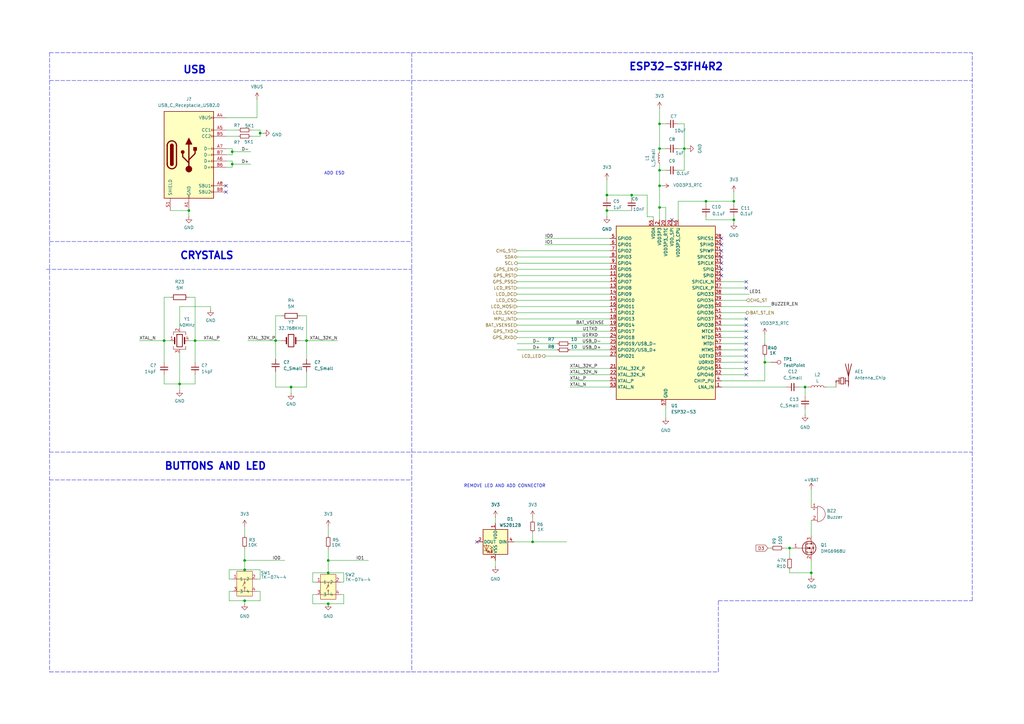
<source format=kicad_sch>
(kicad_sch (version 20231120) (generator "eeschema") (generator_version "8.0")
  (paper "A3")
  (lib_symbols
    (symbol "Connector:TestPoint" (pin_numbers hide) (pin_names (offset 0.762) hide)
      (property "Reference" "TP" (at 0 6.858 0))
      (property "Value" "TestPoint" (at 0 5.08 0))
      (symbol "TestPoint_1_1"
        (pin passive line (at 0 0 90) (length 2.54) (name "1") (number "1"))
      )
    )
    (symbol "Connector:USB_C_Receptacle_USB2.0" (pin_names (offset 1.016))
      (property "Reference" "J" (at -10.16 19.05 0))
      (property "Value" "USB_C_Receptacle_USB2.0" (at 19.05 19.05 0))
      (symbol "USB_C_Receptacle_USB2.0_1_1"
        (pin passive line (at 0 -22.86 90) (length 5.08) (name "GND") (number "A1"))
        (pin passive line (at 0 -22.86 90) (length 5.08) hide (name "GND") (number "A12"))
        (pin passive line (at 15.24 15.24 180) (length 5.08) (name "VBUS") (number "A4"))
        (pin bidirectional line (at 15.24 10.16 180) (length 5.08) (name "CC1") (number "A5"))
        (pin bidirectional line (at 15.24 -2.54 180) (length 5.08) (name "D+") (number "A6"))
        (pin bidirectional line (at 15.24 2.54 180) (length 5.08) (name "D-") (number "A7"))
        (pin bidirectional line (at 15.24 -12.7 180) (length 5.08) (name "SBU1") (number "A8"))
        (pin passive line (at 15.24 15.24 180) (length 5.08) hide (name "VBUS") (number "A9"))
        (pin passive line (at 0 -22.86 90) (length 5.08) hide (name "GND") (number "B1"))
        (pin passive line (at 0 -22.86 90) (length 5.08) hide (name "GND") (number "B12"))
        (pin passive line (at 15.24 15.24 180) (length 5.08) hide (name "VBUS") (number "B4"))
        (pin bidirectional line (at 15.24 7.62 180) (length 5.08) (name "CC2") (number "B5"))
        (pin bidirectional line (at 15.24 -5.08 180) (length 5.08) (name "D+") (number "B6"))
        (pin bidirectional line (at 15.24 0 180) (length 5.08) (name "D-") (number "B7"))
        (pin bidirectional line (at 15.24 -15.24 180) (length 5.08) (name "SBU2") (number "B8"))
        (pin passive line (at 15.24 15.24 180) (length 5.08) hide (name "VBUS") (number "B9"))
        (pin passive line (at -7.62 -22.86 90) (length 5.08) (name "SHIELD") (number "S1"))
      )
    )
    (symbol "Device:Antenna_Chip" (pin_numbers hide) (pin_names (offset 1.016) hide)
      (property "Reference" "AE" (at 0 5.08 0))
      (property "Value" "Antenna_Chip" (at 0 3.175 0))
      (symbol "Antenna_Chip_1_1"
        (pin input line (at -2.54 -2.54 90) (length 2.54) (name "FEED") (number "1"))
        (pin passive line (at 2.54 -2.54 90) (length 2.54) (name "PCB_Trace") (number "2"))
      )
    )
    (symbol "Device:Buzzer" (pin_names (offset 0.0254) hide)
      (property "Reference" "BZ" (at 3.81 1.27 0))
      (property "Value" "Buzzer" (at 3.81 -1.27 0))
      (symbol "Buzzer_1_1"
        (pin passive line (at -2.54 2.54 0) (length 2.54) (name "+") (number "1"))
        (pin passive line (at -2.54 -2.54 0) (length 2.54) (name "-") (number "2"))
      )
    )
    (symbol "Device:C_Small" (pin_numbers hide) (pin_names (offset 0.254) hide)
      (property "Reference" "C" (at 0.254 1.778 0))
      (property "Value" "C_Small" (at 0.254 -2.032 0))
      (symbol "C_Small_1_1"
        (pin passive line (at 0 2.54 270) (length 2.032) (name "~") (number "1"))
        (pin passive line (at 0 -2.54 90) (length 2.032) (name "~") (number "2"))
      )
    )
    (symbol "Device:Crystal" (pin_numbers hide) (pin_names (offset 1.016) hide)
      (property "Reference" "Y" (at 0 3.81 0))
      (property "Value" "Crystal" (at 0 -3.81 0))
      (symbol "Crystal_1_1"
        (pin passive line (at -3.81 0 0) (length 1.27) (name "1") (number "1"))
        (pin passive line (at 3.81 0 180) (length 1.27) (name "2") (number "2"))
      )
    )
    (symbol "Device:Crystal_GND23" (pin_names (offset 1.016) hide)
      (property "Reference" "Y" (at 3.175 5.08 0))
      (property "Value" "Crystal_GND23" (at 3.175 3.175 0))
      (symbol "Crystal_GND23_1_1"
        (pin passive line (at -3.81 0 0) (length 1.27) (name "1") (number "1"))
        (pin passive line (at 0 5.08 270) (length 1.27) (name "2") (number "2"))
        (pin passive line (at 0 -5.08 90) (length 1.27) (name "3") (number "3"))
        (pin passive line (at 3.81 0 180) (length 1.27) (name "4") (number "4"))
      )
    )
    (symbol "Device:L" (pin_numbers hide) (pin_names (offset 1.016) hide)
      (property "Reference" "L" (at -1.27 0 90))
      (property "Value" "L" (at 1.905 0 90))
      (symbol "L_1_1"
        (pin passive line (at 0 3.81 270) (length 1.27) (name "1") (number "1"))
        (pin passive line (at 0 -3.81 90) (length 1.27) (name "2") (number "2"))
      )
    )
    (symbol "Device:L_Small" (pin_numbers hide) (pin_names (offset 0.254) hide)
      (property "Reference" "L" (at 0.762 1.016 0))
      (property "Value" "L_Small" (at 0.762 -1.016 0))
      (symbol "L_Small_1_1"
        (pin passive line (at 0 2.54 270) (length 0.508) (name "~") (number "1"))
        (pin passive line (at 0 -2.54 90) (length 0.508) (name "~") (number "2"))
      )
    )
    (symbol "Device:R" (pin_numbers hide) (pin_names (offset 0))
      (property "Reference" "R" (at 2.032 0 90))
      (property "Value" "R" (at 0 0 90))
      (symbol "R_1_1"
        (pin passive line (at 0 3.81 270) (length 1.27) (name "~") (number "1"))
        (pin passive line (at 0 -3.81 90) (length 1.27) (name "~") (number "2"))
      )
    )
    (symbol "Device:R_Small" (pin_numbers hide) (pin_names (offset 0.254) hide)
      (property "Reference" "R" (at 0.762 0.508 0))
      (property "Value" "R_Small" (at 0.762 -1.016 0))
      (symbol "R_Small_1_1"
        (pin passive line (at 0 2.54 270) (length 0.762) (name "~") (number "1"))
        (pin passive line (at 0 -2.54 90) (length 0.762) (name "~") (number "2"))
      )
    )
    (symbol "LED:WS2812B" (pin_names (offset 0.254))
      (property "Reference" "D" (at 5.08 5.715 0))
      (property "Value" "WS2812B" (at 1.27 -5.715 0))
      (symbol "WS2812B_0_0"
        (text "RGB" (at 2.286 -4.191 0) (effects (font (size 0.762 0.762))))
      )
      (symbol "WS2812B_1_1"
        (pin power_in line (at 0 7.62 270) (length 2.54) (name "VDD") (number "1"))
        (pin output line (at 7.62 0 180) (length 2.54) (name "DOUT") (number "2"))
        (pin power_in line (at 0 -7.62 90) (length 2.54) (name "VSS") (number "3"))
        (pin input line (at -7.62 0 0) (length 2.54) (name "DIN") (number "4"))
      )
    )
    (symbol "MCU_Espressif:ESP32-S3"
      (property "Reference" "U" (at 10.16 -38.1 0))
      (property "Value" "ESP32-S3" (at 13.97 -40.64 0))
      (symbol "ESP32-S3_1_0"
        (pin bidirectional line (at 22.86 12.7 180) (length 2.54) (name "SPICLK_N") (number "36"))
        (pin bidirectional line (at 22.86 -10.16 180) (length 2.54) (name "MTDO") (number "45"))
        (pin bidirectional line (at 22.86 -22.86 180) (length 2.54) (name "GPIO45") (number "51"))
        (pin passive line (at -5.08 38.1 270) (length 2.54) hide (name "VDDA") (number "56"))
      )
      (symbol "ESP32-S3_1_1"
        (pin bidirectional line (at 22.86 -30.48 180) (length 2.54) (name "LNA_IN") (number "1"))
        (pin bidirectional line (at -22.86 17.78 0) (length 2.54) (name "GPIO5") (number "10"))
        (pin bidirectional line (at -22.86 15.24 0) (length 2.54) (name "GPIO6") (number "11"))
        (pin bidirectional line (at -22.86 12.7 0) (length 2.54) (name "GPIO7") (number "12"))
        (pin bidirectional line (at -22.86 10.16 0) (length 2.54) (name "GPIO8") (number "13"))
        (pin bidirectional line (at -22.86 7.62 0) (length 2.54) (name "GPIO9") (number "14"))
        (pin bidirectional line (at -22.86 5.08 0) (length 2.54) (name "GPIO10") (number "15"))
        (pin bidirectional line (at -22.86 2.54 0) (length 2.54) (name "GPIO11") (number "16"))
        (pin bidirectional line (at -22.86 0 0) (length 2.54) (name "GPIO12") (number "17"))
        (pin bidirectional line (at -22.86 -2.54 0) (length 2.54) (name "GPIO13") (number "18"))
        (pin bidirectional line (at -22.86 -5.08 0) (length 2.54) (name "GPIO14") (number "19"))
        (pin power_in line (at -2.54 38.1 270) (length 2.54) (name "VDD3P3") (number "2"))
        (pin power_in line (at 0 38.1 270) (length 2.54) (name "VDD3P3_RTC") (number "20"))
        (pin passive line (at -22.86 -22.86 0) (length 2.54) (name "XTAL_32K_P") (number "21"))
        (pin passive line (at -22.86 -25.4 0) (length 2.54) (name "XTAL_32K_N") (number "22"))
        (pin bidirectional line (at -22.86 -7.62 0) (length 2.54) (name "GPIO17") (number "23"))
        (pin bidirectional line (at -22.86 -10.16 0) (length 2.54) (name "GPIO18") (number "24"))
        (pin bidirectional line (at -22.86 -12.7 0) (length 2.54) (name "GPIO19/USB_D-") (number "25"))
        (pin bidirectional line (at -22.86 -15.24 0) (length 2.54) (name "GPIO20/USB_D+") (number "26"))
        (pin bidirectional line (at -22.86 -17.78 0) (length 2.54) (name "GPIO21") (number "27"))
        (pin bidirectional line (at 22.86 30.48 180) (length 2.54) (name "SPICS1") (number "28"))
        (pin power_in line (at 2.54 38.1 270) (length 2.54) (name "VDD_SPI") (number "29"))
        (pin passive line (at -2.54 38.1 270) (length 2.54) hide (name "VDD3P3") (number "3"))
        (pin bidirectional line (at 22.86 27.94 180) (length 2.54) (name "SPIHD") (number "30"))
        (pin bidirectional line (at 22.86 25.4 180) (length 2.54) (name "SPIWP") (number "31"))
        (pin bidirectional line (at 22.86 22.86 180) (length 2.54) (name "SPICS0") (number "32"))
        (pin bidirectional line (at 22.86 20.32 180) (length 2.54) (name "SPICLK") (number "33"))
        (pin bidirectional line (at 22.86 17.78 180) (length 2.54) (name "SPIQ") (number "34"))
        (pin bidirectional line (at 22.86 15.24 180) (length 2.54) (name "SPID") (number "35"))
        (pin bidirectional line (at 22.86 10.16 180) (length 2.54) (name "SPICLK_P") (number "37"))
        (pin bidirectional line (at 22.86 7.62 180) (length 2.54) (name "GPIO33") (number "38"))
        (pin bidirectional line (at 22.86 5.08 180) (length 2.54) (name "GPIO34") (number "39"))
        (pin input line (at 22.86 -27.94 180) (length 2.54) (name "CHIP_PU") (number "4"))
        (pin bidirectional line (at 22.86 2.54 180) (length 2.54) (name "GPIO35") (number "40"))
        (pin bidirectional line (at 22.86 0 180) (length 2.54) (name "GPIO36") (number "41"))
        (pin bidirectional line (at 22.86 -2.54 180) (length 2.54) (name "GPIO37") (number "42"))
        (pin bidirectional line (at 22.86 -5.08 180) (length 2.54) (name "GPIO38") (number "43"))
        (pin bidirectional line (at 22.86 -7.62 180) (length 2.54) (name "MTCK") (number "44"))
        (pin power_in line (at 5.08 38.1 270) (length 2.54) (name "VDD3P3_CPU") (number "46"))
        (pin bidirectional line (at 22.86 -12.7 180) (length 2.54) (name "MTDI") (number "47"))
        (pin bidirectional line (at 22.86 -15.24 180) (length 2.54) (name "MTMS") (number "48"))
        (pin bidirectional line (at 22.86 -17.78 180) (length 2.54) (name "U0TXD") (number "49"))
        (pin bidirectional line (at -22.86 30.48 0) (length 2.54) (name "GPIO0") (number "5"))
        (pin bidirectional line (at 22.86 -20.32 180) (length 2.54) (name "U0RXD") (number "50"))
        (pin bidirectional line (at 22.86 -25.4 180) (length 2.54) (name "GPIO46") (number "52"))
        (pin output line (at -22.86 -30.48 0) (length 2.54) (name "XTAL_N") (number "53"))
        (pin input line (at -22.86 -27.94 0) (length 2.54) (name "XTAL_P") (number "54"))
        (pin power_in line (at -5.08 38.1 270) (length 2.54) (name "VDDA") (number "55"))
        (pin power_in line (at 0 -38.1 90) (length 2.54) (name "GND") (number "57"))
        (pin bidirectional line (at -22.86 27.94 0) (length 2.54) (name "GPIO1") (number "6"))
        (pin bidirectional line (at -22.86 25.4 0) (length 2.54) (name "GPIO2") (number "7"))
        (pin bidirectional line (at -22.86 22.86 0) (length 2.54) (name "GPIO3") (number "8"))
        (pin bidirectional line (at -22.86 20.32 0) (length 2.54) (name "GPIO4") (number "9"))
      )
    )
    (symbol "OLED_WATCH-rescue:GND-power" (power) (pin_names (offset 0))
      (property "Value" "power_GND" (at 0 -3.81 0))
      (symbol "GND-power_1_1"
        (pin power_in line (at 0 0 270) (length 0) hide (name "GND") (number "1"))
      )
    )
    (symbol "SWITCH:Tact_Switch-TK-074-4"
      (property "Reference" "SW" (at -2.286 8.636 0))
      (property "Value" "TK-074-4" (at 1.524 6.858 0))
      (symbol "Tact_Switch-TK-074-4_0_1"
        (pin passive line (at -5.08 2.54 0) (length 2.54) (name "1") (number "1"))
        (pin passive line (at 5.08 2.54 180) (length 2.54) (name "2") (number "2"))
        (pin passive line (at -5.08 -2.54 0) (length 2.54) (name "3") (number "3"))
        (pin passive line (at 5.08 -2.54 180) (length 2.54) (name "4") (number "4"))
      )
    )
    (symbol "Transistor_FET:DMG2302U" (pin_names hide)
      (property "Reference" "Q" (at 5.08 1.905 0))
      (property "Value" "DMG2302U" (at 5.08 0 0))
      (symbol "DMG2302U_1_1"
        (pin input line (at -5.08 0 0) (length 2.54) (name "G") (number "1"))
        (pin passive line (at 2.54 -5.08 90) (length 2.54) (name "S") (number "2"))
        (pin passive line (at 2.54 5.08 270) (length 2.54) (name "D") (number "3"))
      )
    )
    (symbol "power:+5V" (power) (pin_numbers hide) (pin_names (offset 0) hide)
      (property "Value" "+5V" (at 0 3.556 0))
      (symbol "+5V_1_1"
        (pin power_in line (at 0 0 90) (length 0) (name "~") (number "1"))
      )
    )
    (symbol "power:GND" (power) (pin_numbers hide) (pin_names (offset 0) hide)
      (property "Value" "GND" (at 0 -3.81 0))
      (symbol "GND_1_1"
        (pin power_in line (at 0 0 270) (length 0) (name "~") (number "1"))
      )
    )
    (symbol "power:VBUS" (power) (pin_numbers hide) (pin_names (offset 0) hide)
      (property "Value" "VBUS" (at 0 3.556 0))
      (symbol "VBUS_1_1"
        (pin power_in line (at 0 0 90) (length 0) (name "~") (number "1"))
      )
    )
    (symbol "power:VDC" (power) (pin_numbers hide) (pin_names (offset 0) hide)
      (property "Value" "VDC" (at 0 3.556 0))
      (symbol "VDC_1_1"
        (pin power_in line (at 0 0 90) (length 0) (name "~") (number "1"))
      )
    )
  )
  (junction (at 67.31 139.7))
  (junction (at 280.67 60.96))
  (junction (at 259.08 80.01))
  (junction (at 134.62 234.95))
  (junction (at 248.92 80.01))
  (junction (at 300.99 90.17))
  (junction (at 100.33 229.87))
  (junction (at 134.62 229.87))
  (junction (at 289.56 82.55))
  (junction (at 330.2 158.75))
  (junction (at 119.38 158.75))
  (junction (at 73.66 157.48))
  (junction (at 270.51 69.85))
  (junction (at 218.44 222.25))
  (junction (at 80.01 139.7))
  (junction (at 100.33 246.38))
  (junction (at 106.68 54.61))
  (junction (at 332.74 234.95))
  (junction (at 270.51 76.2))
  (junction (at 113.03 139.7))
  (junction (at 95.25 67.31))
  (junction (at 134.62 247.65))
  (junction (at 77.47 86.36))
  (junction (at 323.85 224.79))
  (junction (at 270.51 60.96))
  (junction (at 270.51 50.8))
  (junction (at 300.99 82.55))
  (junction (at 95.25 62.23))
  (junction (at 313.69 148.59))
  (junction (at 125.73 139.7))
  (junction (at 248.92 86.36))
  (junction (at 100.33 233.68))
  (junction (at 270.51 85.09))
  (no_connect (at 295.91 102.87))
  (no_connect (at 92.71 76.2))
  (no_connect (at 295.91 110.49))
  (no_connect (at 306.07 118.11))
  (no_connect (at 306.07 146.05))
  (no_connect (at 295.91 113.03))
  (no_connect (at 306.07 133.35))
  (no_connect (at 295.91 105.41))
  (no_connect (at 295.91 107.95))
  (no_connect (at 306.07 153.67))
  (no_connect (at 306.07 143.51))
  (no_connect (at 306.07 138.43))
  (no_connect (at 295.91 100.33))
  (no_connect (at 275.59 90.17))
  (no_connect (at 195.58 222.25))
  (no_connect (at 306.07 151.13))
  (no_connect (at 306.07 130.81))
  (no_connect (at 306.07 140.97))
  (no_connect (at 306.07 115.57))
  (no_connect (at 306.07 148.59))
  (no_connect (at 92.71 78.74))
  (no_connect (at 295.91 97.79))
  (no_connect (at 306.07 135.89))
  (wire (pts (xy 323.85 228.6) (xy 323.85 224.79)))
  (wire (pts (xy 295.91 135.89) (xy 306.07 135.89)))
  (wire (pts (xy 100.33 224.79) (xy 100.33 229.87)))
  (polyline (pts (xy 19.05 110.49) (xy 168.91 110.49)) (stroke (width 0) (type dash)))
  (wire (pts (xy 80.01 139.7) (xy 90.17 139.7)))
  (wire (pts (xy 100.33 229.87) (xy 100.33 233.68)))
  (wire (pts (xy 57.15 139.7) (xy 67.31 139.7)))
  (polyline (pts (xy 294.64 246.38) (xy 398.78 246.38)) (stroke (width 0) (type dash)))
  (wire (pts (xy 295.91 120.65) (xy 307.34 120.65)))
  (wire (pts (xy 139.7 238.76) (xy 140.97 238.76)))
  (wire (pts (xy 289.56 90.17) (xy 289.56 88.9)))
  (wire (pts (xy 95.25 62.23) (xy 102.87 62.23)))
  (wire (pts (xy 128.27 247.65) (xy 134.62 247.65)))
  (wire (pts (xy 67.31 153.67) (xy 67.31 157.48)))
  (wire (pts (xy 80.01 139.7) (xy 80.01 148.59)))
  (wire (pts (xy 139.7 243.84) (xy 140.97 243.84)))
  (wire (pts (xy 233.68 156.21) (xy 250.19 156.21)))
  (wire (pts (xy 233.68 151.13) (xy 250.19 151.13)))
  (polyline (pts (xy 20.32 21.59) (xy 397.51 21.59)) (stroke (width 0) (type dash)))
  (wire (pts (xy 113.03 139.7) (xy 113.03 147.32)))
  (wire (pts (xy 295.91 118.11) (xy 306.07 118.11)))
  (wire (pts (xy 106.68 54.61) (xy 106.68 55.88)))
  (wire (pts (xy 259.08 80.01) (xy 248.92 80.01)))
  (wire (pts (xy 259.08 80.01) (xy 259.08 81.28)))
  (wire (pts (xy 212.09 135.89) (xy 250.19 135.89)))
  (wire (pts (xy 113.03 158.75) (xy 119.38 158.75)))
  (wire (pts (xy 295.91 146.05) (xy 306.07 146.05)))
  (wire (pts (xy 313.69 146.05) (xy 313.69 148.59)))
  (wire (pts (xy 295.91 123.19) (xy 306.07 123.19)))
  (wire (pts (xy 73.66 134.62) (xy 73.66 125.73)))
  (wire (pts (xy 278.13 69.85) (xy 280.67 69.85)))
  (wire (pts (xy 106.68 55.88) (xy 102.87 55.88)))
  (wire (pts (xy 77.47 139.7) (xy 80.01 139.7)))
  (wire (pts (xy 270.51 85.09) (xy 270.51 90.17)))
  (wire (pts (xy 100.33 246.38) (xy 100.33 247.65)))
  (wire (pts (xy 128.27 238.76) (xy 129.54 238.76)))
  (wire (pts (xy 321.31 224.79) (xy 323.85 224.79)))
  (wire (pts (xy 116.84 229.87) (xy 100.33 229.87)))
  (polyline (pts (xy 397.51 21.59) (xy 398.78 21.59)) (stroke (width 0) (type dash)))
  (wire (pts (xy 140.97 238.76) (xy 140.97 234.95)))
  (polyline (pts (xy 20.32 196.85) (xy 168.91 196.85)) (stroke (width 0) (type dash)))
  (wire (pts (xy 295.91 140.97) (xy 306.07 140.97)))
  (wire (pts (xy 106.68 237.49) (xy 106.68 233.68)))
  (wire (pts (xy 223.52 97.79) (xy 250.19 97.79)))
  (wire (pts (xy 128.27 234.95) (xy 134.62 234.95)))
  (wire (pts (xy 140.97 243.84) (xy 140.97 247.65)))
  (polyline (pts (xy 20.32 275.59) (xy 294.64 275.59)) (stroke (width 0) (type dash)))
  (wire (pts (xy 212.09 140.97) (xy 228.6 140.97)))
  (wire (pts (xy 300.99 83.82) (xy 300.99 82.55)))
  (wire (pts (xy 314.96 224.79) (xy 316.23 224.79)))
  (wire (pts (xy 342.9 158.75) (xy 339.09 158.75)))
  (wire (pts (xy 212.09 123.19) (xy 250.19 123.19)))
  (wire (pts (xy 212.09 130.81) (xy 250.19 130.81)))
  (wire (pts (xy 289.56 82.55) (xy 300.99 82.55)))
  (wire (pts (xy 332.74 200.66) (xy 332.74 208.28)))
  (polyline (pts (xy 20.32 33.02) (xy 398.78 33.02)) (stroke (width 0) (type dash)))
  (wire (pts (xy 270.51 69.85) (xy 270.51 76.2)))
  (wire (pts (xy 92.71 63.5) (xy 95.25 63.5)))
  (wire (pts (xy 267.97 88.9) (xy 267.97 90.17)))
  (wire (pts (xy 278.13 82.55) (xy 278.13 90.17)))
  (wire (pts (xy 270.51 69.85) (xy 270.51 67.31)))
  (wire (pts (xy 95.25 60.96) (xy 95.25 62.23)))
  (polyline (pts (xy 20.32 185.42) (xy 398.78 185.42)) (stroke (width 0) (type dash)))
  (wire (pts (xy 119.38 158.75) (xy 119.38 161.29)))
  (wire (pts (xy 86.36 125.73) (xy 86.36 127)))
  (wire (pts (xy 265.43 80.01) (xy 259.08 80.01)))
  (wire (pts (xy 295.91 153.67) (xy 306.07 153.67)))
  (wire (pts (xy 67.31 139.7) (xy 69.85 139.7)))
  (wire (pts (xy 203.2 212.09) (xy 203.2 214.63)))
  (wire (pts (xy 313.69 137.16) (xy 313.69 140.97)))
  (wire (pts (xy 278.13 82.55) (xy 289.56 82.55)))
  (wire (pts (xy 313.69 148.59) (xy 313.69 156.21)))
  (wire (pts (xy 105.41 48.26) (xy 105.41 40.64)))
  (wire (pts (xy 289.56 90.17) (xy 300.99 90.17)))
  (wire (pts (xy 212.09 110.49) (xy 250.19 110.49)))
  (wire (pts (xy 300.99 90.17) (xy 300.99 88.9)))
  (wire (pts (xy 270.51 50.8) (xy 270.51 60.96)))
  (wire (pts (xy 212.09 138.43) (xy 250.19 138.43)))
  (wire (pts (xy 218.44 212.09) (xy 218.44 213.36)))
  (wire (pts (xy 212.09 125.73) (xy 250.19 125.73)))
  (wire (pts (xy 330.2 158.75) (xy 331.47 158.75)))
  (wire (pts (xy 289.56 82.55) (xy 289.56 83.82)))
  (wire (pts (xy 125.73 139.7) (xy 125.73 147.32)))
  (wire (pts (xy 270.51 85.09) (xy 273.05 85.09)))
  (wire (pts (xy 248.92 80.01) (xy 248.92 81.28)))
  (polyline (pts (xy 20.32 21.59) (xy 20.32 275.59)) (stroke (width 0) (type dash)))
  (wire (pts (xy 218.44 222.25) (xy 218.44 218.44)))
  (wire (pts (xy 140.97 234.95) (xy 134.62 234.95)))
  (wire (pts (xy 134.62 215.9) (xy 134.62 219.71)))
  (wire (pts (xy 270.51 62.23) (xy 270.51 60.96)))
  (wire (pts (xy 73.66 144.78) (xy 73.66 157.48)))
  (polyline (pts (xy 168.91 21.59) (xy 168.91 275.59)) (stroke (width 0) (type dash)))
  (wire (pts (xy 278.13 50.8) (xy 280.67 50.8)))
  (wire (pts (xy 273.05 90.17) (xy 273.05 85.09)))
  (wire (pts (xy 95.25 67.31) (xy 102.87 67.31)))
  (wire (pts (xy 271.78 76.2) (xy 270.51 76.2)))
  (wire (pts (xy 212.09 107.95) (xy 250.19 107.95)))
  (wire (pts (xy 95.25 237.49) (xy 93.98 237.49)))
  (wire (pts (xy 295.91 138.43) (xy 306.07 138.43)))
  (wire (pts (xy 332.74 213.36) (xy 332.74 219.71)))
  (wire (pts (xy 212.09 143.51) (xy 228.6 143.51)))
  (wire (pts (xy 125.73 129.54) (xy 125.73 139.7)))
  (wire (pts (xy 100.33 246.38) (xy 106.68 246.38)))
  (wire (pts (xy 295.91 151.13) (xy 306.07 151.13)))
  (wire (pts (xy 92.71 60.96) (xy 95.25 60.96)))
  (wire (pts (xy 67.31 139.7) (xy 67.31 148.59)))
  (polyline (pts (xy 398.78 246.38) (xy 398.78 21.59)) (stroke (width 0) (type dash)))
  (wire (pts (xy 69.85 86.36) (xy 77.47 86.36)))
  (wire (pts (xy 92.71 53.34) (xy 97.79 53.34)))
  (wire (pts (xy 270.51 44.45) (xy 270.51 50.8)))
  (wire (pts (xy 223.52 146.05) (xy 250.19 146.05)))
  (wire (pts (xy 327.66 158.75) (xy 330.2 158.75)))
  (wire (pts (xy 113.03 139.7) (xy 115.57 139.7)))
  (wire (pts (xy 265.43 88.9) (xy 267.97 88.9)))
  (wire (pts (xy 77.47 86.36) (xy 77.47 88.9)))
  (wire (pts (xy 323.85 234.95) (xy 332.74 234.95)))
  (wire (pts (xy 73.66 157.48) (xy 80.01 157.48)))
  (wire (pts (xy 100.33 215.9) (xy 100.33 219.71)))
  (wire (pts (xy 113.03 139.7) (xy 113.03 129.54)))
  (wire (pts (xy 123.19 139.7) (xy 125.73 139.7)))
  (wire (pts (xy 119.38 158.75) (xy 125.73 158.75)))
  (wire (pts (xy 106.68 54.61) (xy 107.95 54.61)))
  (wire (pts (xy 270.51 69.85) (xy 273.05 69.85)))
  (wire (pts (xy 212.09 133.35) (xy 250.19 133.35)))
  (wire (pts (xy 295.91 115.57) (xy 306.07 115.57)))
  (wire (pts (xy 134.62 229.87) (xy 134.62 234.95)))
  (wire (pts (xy 80.01 121.92) (xy 80.01 139.7)))
  (wire (pts (xy 203.2 229.87) (xy 203.2 232.41)))
  (wire (pts (xy 95.25 68.58) (xy 92.71 68.58)))
  (wire (pts (xy 248.92 86.36) (xy 248.92 88.9)))
  (wire (pts (xy 295.91 143.51) (xy 306.07 143.51)))
  (wire (pts (xy 273.05 171.45) (xy 273.05 166.37)))
  (wire (pts (xy 223.52 100.33) (xy 250.19 100.33)))
  (wire (pts (xy 212.09 118.11) (xy 250.19 118.11)))
  (wire (pts (xy 295.91 148.59) (xy 306.07 148.59)))
  (wire (pts (xy 128.27 238.76) (xy 128.27 234.95)))
  (wire (pts (xy 92.71 48.26) (xy 105.41 48.26)))
  (wire (pts (xy 295.91 130.81) (xy 306.07 130.81)))
  (wire (pts (xy 295.91 156.21) (xy 313.69 156.21)))
  (wire (pts (xy 218.44 222.25) (xy 232.41 222.25)))
  (wire (pts (xy 233.68 158.75) (xy 250.19 158.75)))
  (wire (pts (xy 123.19 129.54) (xy 125.73 129.54)))
  (wire (pts (xy 92.71 55.88) (xy 97.79 55.88)))
  (wire (pts (xy 151.13 229.87) (xy 134.62 229.87)))
  (wire (pts (xy 125.73 152.4) (xy 125.73 158.75)))
  (wire (pts (xy 93.98 246.38) (xy 100.33 246.38)))
  (wire (pts (xy 93.98 237.49) (xy 93.98 233.68)))
  (wire (pts (xy 106.68 53.34) (xy 106.68 54.61)))
  (wire (pts (xy 323.85 233.68) (xy 323.85 234.95)))
  (wire (pts (xy 248.92 73.66) (xy 248.92 80.01)))
  (wire (pts (xy 332.74 229.87) (xy 332.74 234.95)))
  (wire (pts (xy 77.47 121.92) (xy 80.01 121.92)))
  (wire (pts (xy 273.05 60.96) (xy 270.51 60.96)))
  (wire (pts (xy 134.62 247.65) (xy 134.62 248.92)))
  (wire (pts (xy 212.09 113.03) (xy 250.19 113.03)))
  (wire (pts (xy 95.25 242.57) (xy 93.98 242.57)))
  (wire (pts (xy 295.91 125.73) (xy 316.23 125.73)))
  (wire (pts (xy 330.2 158.75) (xy 330.2 162.56)))
  (wire (pts (xy 212.09 115.57) (xy 250.19 115.57)))
  (wire (pts (xy 134.62 247.65) (xy 140.97 247.65)))
  (polyline (pts (xy 294.64 275.59) (xy 294.64 246.38)) (stroke (width 0) (type dash)))
  (wire (pts (xy 295.91 133.35) (xy 306.07 133.35)))
  (wire (pts (xy 93.98 233.68) (xy 100.33 233.68)))
  (wire (pts (xy 113.03 129.54) (xy 115.57 129.54)))
  (wire (pts (xy 210.82 222.25) (xy 218.44 222.25)))
  (wire (pts (xy 212.09 105.41) (xy 250.19 105.41)))
  (wire (pts (xy 295.91 128.27) (xy 306.07 128.27)))
  (wire (pts (xy 295.91 158.75) (xy 322.58 158.75)))
  (wire (pts (xy 93.98 242.57) (xy 93.98 246.38)))
  (wire (pts (xy 105.41 242.57) (xy 106.68 242.57)))
  (wire (pts (xy 212.09 102.87) (xy 250.19 102.87)))
  (wire (pts (xy 101.6 139.7) (xy 113.03 139.7)))
  (wire (pts (xy 106.68 233.68) (xy 100.33 233.68)))
  (wire (pts (xy 280.67 69.85) (xy 280.67 60.96)))
  (wire (pts (xy 125.73 139.7) (xy 138.43 139.7)))
  (wire (pts (xy 95.25 62.23) (xy 95.25 63.5)))
  (wire (pts (xy 270.51 76.2) (xy 270.51 85.09)))
  (wire (pts (xy 300.99 78.74) (xy 300.99 82.55)))
  (wire (pts (xy 69.85 121.92) (xy 67.31 121.92)))
  (wire (pts (xy 233.68 143.51) (xy 250.19 143.51)))
  (wire (pts (xy 212.09 128.27) (xy 250.19 128.27)))
  (wire (pts (xy 73.66 157.48) (xy 73.66 160.02)))
  (wire (pts (xy 80.01 153.67) (xy 80.01 157.48)))
  (wire (pts (xy 248.92 86.36) (xy 259.08 86.36)))
  (wire (pts (xy 113.03 152.4) (xy 113.03 158.75)))
  (wire (pts (xy 280.67 60.96) (xy 281.94 60.96)))
  (wire (pts (xy 67.31 157.48) (xy 73.66 157.48)))
  (wire (pts (xy 265.43 80.01) (xy 265.43 88.9)))
  (wire (pts (xy 128.27 243.84) (xy 129.54 243.84)))
  (wire (pts (xy 323.85 224.79) (xy 325.12 224.79)))
  (wire (pts (xy 102.87 53.34) (xy 106.68 53.34)))
  (wire (pts (xy 332.74 236.22) (xy 332.74 234.95)))
  (wire (pts (xy 95.25 66.04) (xy 95.25 67.31)))
  (wire (pts (xy 134.62 224.79) (xy 134.62 229.87)))
  (wire (pts (xy 300.99 91.44) (xy 300.99 90.17)))
  (wire (pts (xy 330.2 167.64) (xy 330.2 170.18)))
  (wire (pts (xy 316.23 148.59) (xy 313.69 148.59)))
  (wire (pts (xy 106.68 242.57) (xy 106.68 246.38)))
  (wire (pts (xy 273.05 50.8) (xy 270.51 50.8)))
  (wire (pts (xy 95.25 67.31) (xy 95.25 68.58)))
  (wire (pts (xy 73.66 125.73) (xy 86.36 125.73)))
  (wire (pts (xy 105.41 237.49) (xy 106.68 237.49)))
  (wire (pts (xy 67.31 121.92) (xy 67.31 139.7)))
  (wire (pts (xy 212.09 120.65) (xy 250.19 120.65)))
  (wire (pts (xy 278.13 60.96) (xy 280.67 60.96)))
  (wire (pts (xy 280.67 50.8) (xy 280.67 60.96)))
  (wire (pts (xy 233.68 140.97) (xy 250.19 140.97)))
  (wire (pts (xy 128.27 243.84) (xy 128.27 247.65)))
  (wire (pts (xy 233.68 153.67) (xy 250.19 153.67)))
  (wire (pts (xy 92.71 66.04) (xy 95.25 66.04)))
  (polyline (pts (xy 20.32 99.06) (xy 168.91 99.06)) (stroke (width 0) (type dash)))
  (text "USB" (at 74.93 30.48 0) (effects (font (size 3 3) (bold yes)) (justify left bottom)))
  (text "CRYSTALS" (at 73.66 106.68 0) (effects (font (size 3 3) (bold yes)) (justify left bottom)))
  (text "BUTTONS AND LED" (at 67.31 193.04 0) (effects (font (size 3 3) (bold yes)) (justify left bottom)))
  (text "ESP32-S3FH4R2" (at 257.81 29.21 0) (effects (font (size 3 3) (bold yes)) (justify left bottom)))
  (text "REMOVE LED AND ADD CONNECTOR\n" (at 207.01 199.39 0) (effects (font (size 1.27 1.27))))
  (text "ADD ESD\n" (at 137.16 71.12 0) (effects (font (size 1.27 1.27))))
  (label "IO0" (at 111.76 229.87 0))
  (label "XTAL_32K_N" (at 233.68 153.67 0))
  (label "XTAL_N" (at 57.15 139.7 0))
  (label "USB_D-" (at 238.76 140.97 0))
  (label "IO1" (at 146.05 229.87 0))
  (label "BAT_VSENSE" (at 236.22 133.35 0))
  (label "XTAL_32K_P" (at 233.68 151.13 0))
  (label "IO1" (at 223.52 100.33 0))
  (label "USB_D+" (at 238.76 143.51 0))
  (label "IO0" (at 223.52 97.79 0))
  (label "D-" (at 218.44 140.97 0))
  (label "XTAL_32K_N" (at 138.43 139.7 180))
  (label "U1TXD" (at 245.11 135.89 180))
  (label "XTAL_P" (at 90.17 139.7 180))
  (label "D+" (at 99.06 67.31 0))
  (label "D-" (at 99.06 62.23 0))
  (label "D+" (at 218.44 143.51 0))
  (label "U1RXD" (at 238.76 138.43 0))
  (label "XTAL_32K_P" (at 101.6 139.7 0))
  (label "XTAL_N" (at 233.68 158.75 0))
  (label "XTAL_P" (at 233.68 156.21 0))
  (label "LED1" (at 307.34 120.65 0))
  (label "BUZZER_EN" (at 316.23 125.73 0))
  (global_label "D3" (shape input) (at 314.96 224.79 180) (property "Intersheetrefs" "${INTERSHEET_REFS}" (effects (hide yes))))
  (hierarchical_label "GPS_RXD" (shape input) (at 212.09 138.43 180))
  (hierarchical_label "GPS_TXD" (shape output) (at 212.09 135.89 180))
  (hierarchical_label "BAT_VSENSE" (shape input) (at 212.09 133.35 180))
  (hierarchical_label "GPS_PSS" (shape input) (at 212.09 115.57 180))
  (hierarchical_label "CHG_ST" (shape input) (at 212.09 102.87 180))
  (hierarchical_label "SCL" (shape output) (at 212.09 107.95 180))
  (hierarchical_label "MPU_INT" (shape input) (at 212.09 130.81 180))
  (hierarchical_label "LCD_SCK" (shape input) (at 212.09 128.27 180))
  (hierarchical_label "SDA" (shape bidirectional) (at 212.09 105.41 180))
  (hierarchical_label "LCD_CS" (shape input) (at 212.09 123.19 180))
  (hierarchical_label "GPS_EN" (shape output) (at 212.09 110.49 180))
  (hierarchical_label "LCD_DC" (shape input) (at 212.09 120.65 180))
  (hierarchical_label "LCD_LED" (shape output) (at 223.52 146.05 180))
  (hierarchical_label "BAT_ST_EN" (shape output) (at 306.07 128.27 0))
  (hierarchical_label "CHG_ST" (shape input) (at 306.07 123.19 0))
  (hierarchical_label "LCD_RST" (shape input) (at 212.09 118.11 180))
  (hierarchical_label "LCD_MOSI" (shape input) (at 212.09 125.73 180))
  (hierarchical_label "GPS_RST" (shape input) (at 212.09 113.03 180))
  (symbol (lib_id "Connector:USB_C_Receptacle_USB2.0") (at 77.47 63.5 0) (unit 1)
    (property "Reference" "J?" (at 77.47 40.64 0))
    (property "Value" "USB_C_Receptacle_USB2.0" (at 77.47 43.18 0))
    (property "Footprint" "Connector_USB:USB_C_Receptacle_G-Switch_GT-USB-7010ASV" (effects (hide yes)))
    (property "Datasheet" "https://www.usb.org/sites/default/files/documents/usb_type-c.zip" (effects (hide yes)))
    (instances (project "BEEWATCH" (path "" (reference "J?") (unit 1)) (path "" (reference "J1") (unit 1))))
  )
  (symbol (lib_id "Transistor_FET:DMG2302U") (at 330.2 224.79 0) (unit 1)
    (property "Reference" "Q1" (at 336.55 223.5199 0) (effects (justify left)))
    (property "Value" "DMG6968U" (at 336.55 226.0599 0) (effects (justify left)))
    (property "Footprint" "Package_TO_SOT_SMD:SOT-23" (effects (hide yes)))
    (property "Datasheet" "http://www.diodes.com/assets/Datasheets/DMG2302U.pdf" (effects (hide yes)))
    (property "Description" "4.2A Id, 20V Vds, N-Channel MOSFET, SOT-23" (effects (hide yes)))
  )
  (symbol (lib_id "SWITCH:Tact_Switch-TK-074-4") (at 134.62 241.3 0) (unit 1)
    (property "Reference" "SW2" (at 143.51 235.712 0))
    (property "Value" "TK-074-4" (at 146.812 237.744 0))
    (property "Footprint" "Project:Tact Switch-TK-074-4 Pin SMD" (effects (hide yes)))
    (property "Datasheet" "https://robu.in/product/tact-switch-tk-074-4-pin-smd/" (effects (hide yes)))
  )
  (symbol (lib_id "Device:C_Small") (at 300.99 86.36 0) (unit 1)
    (property "Reference" "C11" (at 303.784 85.344 0) (effects (justify left)))
    (property "Value" "0.1uF" (at 303.53 87.6362 0) (effects (justify left)))
    (property "Footprint" "Capacitor_SMD:C_0603_1608Metric" (effects (hide yes)))
    (property "Description" "Unpolarized capacitor, small symbol" (effects (hide yes)))
  )
  (symbol (lib_id "power:GND") (at 107.95 54.61 90) (unit 1)
    (property "Reference" "#PWR?" (effects (hide yes)))
    (property "Value" "GND" (at 111.506 55.245 90) (effects (justify right)))
    (property "Description" "Power symbol creates a global label with name \"GND\" , ground" (effects (hide yes)))
    (instances (project "BEEWATCH" (path "" (reference "#PWR?") (unit 1)) (path "" (reference "#PWR07") (unit 1))))
  )
  (symbol (lib_id "Device:R_Small") (at 134.62 222.25 0) (mirror x) (unit 1)
    (property "Reference" "R5" (at 137.668 221.488 0))
    (property "Value" "10K" (at 137.922 223.52 0))
    (property "Footprint" "Resistor_SMD:R_0402_1005Metric" (effects (hide yes)))
    (property "Description" "Resistor, small symbol" (effects (hide yes)))
  )
  (symbol (lib_id "power:VDC") (at 203.2 212.09 0) (mirror y) (unit 1)
    (property "Reference" "#PWR011" (effects (hide yes)))
    (property "Value" "3V3" (at 203.2 207.01 0))
    (property "Description" "Power symbol creates a global label with name \"VDC\"" (effects (hide yes)))
  )
  (symbol (lib_id "LED:WS2812B") (at 203.2 222.25 0) (mirror y) (unit 1)
    (property "Reference" "D1" (at 209.296 212.852 0))
    (property "Value" "WS2812B" (at 209.296 215.392 0))
    (property "Footprint" "LED_SMD:LED_WS2812B_PLCC4_5.0x5.0mm_P3.2mm" (effects (hide yes)))
    (property "Datasheet" "https://cdn-shop.adafruit.com/datasheets/WS2812B.pdf" (effects (hide yes)))
    (property "Description" "RGB LED with integrated controller" (effects (hide yes)))
  )
  (symbol (lib_id "power:GND") (at 100.33 247.65 0) (mirror y) (unit 1)
    (property "Reference" "#PWR05" (effects (hide yes)))
    (property "Value" "GND" (at 100.33 252.73 0))
    (property "Description" "Power symbol creates a global label with name \"GND\" , ground" (effects (hide yes)))
  )
  (symbol (lib_id "Device:R") (at 73.66 121.92 90) (unit 1)
    (property "Reference" "R23" (at 73.66 115.57 90))
    (property "Value" "5M" (at 73.66 118.11 90))
    (property "Footprint" "Resistor_SMD:R_0402_1005Metric" (effects (hide yes)))
    (property "Description" "Resistor" (effects (hide yes)))
  )
  (symbol (lib_id "Device:Antenna_Chip") (at 345.44 156.21 0) (unit 1)
    (property "Reference" "AE1" (at 350.52 152.3999 0) (effects (justify left)))
    (property "Value" "Antenna_Chip" (at 350.52 154.9399 0) (effects (justify left)))
    (property "Description" "Ceramic chip antenna with pin for PCB trace" (effects (hide yes)))
  )
  (symbol (lib_id "power:GND") (at 203.2 232.41 0) (mirror y) (unit 1)
    (property "Reference" "#PWR012" (effects (hide yes)))
    (property "Value" "GND" (at 203.2 237.49 0))
    (property "Description" "Power symbol creates a global label with name \"GND\" , ground" (effects (hide yes)))
  )
  (symbol (lib_id "power:GND") (at 73.66 160.02 0) (unit 1)
    (property "Reference" "#PWR?" (effects (hide yes)))
    (property "Value" "GND" (at 73.66 164.465 0))
    (property "Description" "Power symbol creates a global label with name \"GND\" , ground" (effects (hide yes)))
    (instances (project "BEEWATCH" (path "" (reference "#PWR?") (unit 1)) (path "" (reference "#PWR01") (unit 1))))
  )
  (symbol (lib_id "power:GND") (at 86.36 127 0) (unit 1)
    (property "Reference" "#PWR03" (effects (hide yes)))
    (property "Value" "GND" (at 86.36 131.445 0))
    (property "Description" "Power symbol creates a global label with name \"GND\" , ground" (effects (hide yes)))
  )
  (symbol (lib_id "Device:R_Small") (at 100.33 53.34 90) (unit 1)
    (property "Reference" "R?" (at 97.155 51.435 90))
    (property "Value" "5K1" (at 102.362 51.562 90))
    (property "Footprint" "Resistor_SMD:R_0402_1005Metric" (effects (hide yes)))
    (property "Description" "Resistor, small symbol" (effects (hide yes)))
    (instances (project "BEEWATCH" (path "" (reference "R?") (unit 1)) (path "" (reference "R1") (unit 1))))
  )
  (symbol (lib_id "Device:C_Small") (at 67.31 151.13 0) (mirror y) (unit 1)
    (property "Reference" "C?" (at 64.135 149.8662 0) (effects (justify left)))
    (property "Value" "14pF" (at 64.135 152.4062 0) (effects (justify left)))
    (property "Footprint" "Capacitor_SMD:C_0201_0603Metric" (effects (hide yes)))
    (property "Description" "Unpolarized capacitor, small symbol" (effects (hide yes)))
    (instances (project "BEEWATCH" (path "" (reference "C?") (unit 1)) (path "" (reference "C1") (unit 1))))
  )
  (symbol (lib_id "SWITCH:Tact_Switch-TK-074-4") (at 100.33 240.03 0) (unit 1)
    (property "Reference" "SW1" (at 108.966 234.95 0))
    (property "Value" "TK-074-4" (at 112.268 236.728 0))
    (property "Footprint" "Project:Tact Switch-TK-074-4 Pin SMD" (effects (hide yes)))
    (property "Datasheet" "https://robu.in/product/tact-switch-tk-074-4-pin-smd/" (effects (hide yes)))
  )
  (symbol (lib_id "Device:Crystal") (at 119.38 139.7 180) (unit 1)
    (property "Reference" "Y?" (at 119.38 132.08 0))
    (property "Value" "32.768KHz" (at 119.38 134.62 0))
    (property "Footprint" "Crystal:Crystal_SMD_EuroQuartz_EQ161-2Pin_3.2x1.5mm" (effects (hide yes)))
    (property "Description" "Two pin crystal" (effects (hide yes)))
    (instances (project "BEEWATCH" (path "" (reference "Y?") (unit 1)) (path "" (reference "Y2") (unit 1))))
  )
  (symbol (lib_id "Device:C_Small") (at 330.2 165.1 0) (mirror x) (unit 1)
    (property "Reference" "C13" (at 327.66 163.8235 0) (effects (justify right)))
    (property "Value" "C_Small" (at 327.66 166.3635 0) (effects (justify right)))
    (property "Footprint" "Capacitor_SMD:C_0603_1608Metric" (effects (hide yes)))
    (property "Description" "Unpolarized capacitor, small symbol" (effects (hide yes)))
  )
  (symbol (lib_id "Device:R_Small") (at 231.14 143.51 90) (unit 1)
    (property "Reference" "R8" (at 226.06 142.24 90))
    (property "Value" "10" (at 235.458 142.24 90))
    (property "Footprint" "Resistor_SMD:R_0402_1005Metric" (effects (hide yes)))
    (property "Description" "Resistor, small symbol" (effects (hide yes)))
  )
  (symbol (lib_id "MCU_Espressif:ESP32-S3") (at 273.05 128.27 0) (unit 1)
    (property "Reference" "U1" (at 275.2441 166.37 0) (effects (justify left)))
    (property "Value" "ESP32-S3" (at 275.2441 168.91 0) (effects (justify left)))
    (property "Footprint" "Package_DFN_QFN:QFN-56-1EP_7x7mm_P0.4mm_EP4x4mm" (effects (hide yes)))
    (property "Datasheet" "https://www.espressif.com/sites/default/files/documentation/esp32-s3_datasheet_en.pdf" (effects (hide yes)))
    (property "Description" "Microcontroller, Wi-Fi 802.11b/g/n, Bluetooth, 32bit" (effects (hide yes)))
  )
  (symbol (lib_id "Device:R_Small") (at 231.14 140.97 90) (unit 1)
    (property "Reference" "R7" (at 226.06 139.192 90))
    (property "Value" "10" (at 235.458 139.192 90))
    (property "Footprint" "Resistor_SMD:R_0402_1005Metric" (effects (hide yes)))
    (property "Description" "Resistor, small symbol" (effects (hide yes)))
  )
  (symbol (lib_id "Device:C_Small") (at 259.08 83.82 0) (unit 1)
    (property "Reference" "C6" (at 259.08 81.534 0) (effects (justify left)))
    (property "Value" "10nF" (at 259.588 85.852 0) (effects (justify left)))
    (property "Footprint" "Capacitor_SMD:C_0603_1608Metric" (effects (hide yes)))
    (property "Description" "Unpolarized capacitor, small symbol" (effects (hide yes)))
  )
  (symbol (lib_id "Device:R_Small") (at 100.33 55.88 90) (unit 1)
    (property "Reference" "R?" (at 97.155 58.42 90))
    (property "Value" "5K1" (at 102.108 58.166 90))
    (property "Footprint" "Resistor_SMD:R_0402_1005Metric" (effects (hide yes)))
    (property "Description" "Resistor, small symbol" (effects (hide yes)))
    (instances (project "BEEWATCH" (path "" (reference "R?") (unit 1)) (path "" (reference "R2") (unit 1))))
  )
  (symbol (lib_id "Device:L_Small") (at 270.51 64.77 180) (unit 1)
    (property "Reference" "L1" (at 265.43 64.77 90))
    (property "Value" "L_Small" (at 267.97 64.77 90))
    (property "Footprint" "Inductor_SMD:L_0402_1005Metric" (effects (hide yes)))
    (property "Description" "Inductor, small symbol" (effects (hide yes)))
  )
  (symbol (lib_id "Device:C_Small") (at 275.59 60.96 90) (unit 1)
    (property "Reference" "C8" (at 275.5963 57.15 90))
    (property "Value" "1uF" (at 280.67 62.738 90) (effects (justify left)))
    (property "Footprint" "Capacitor_SMD:C_0603_1608Metric" (effects (hide yes)))
    (property "Description" "Unpolarized capacitor, small symbol" (effects (hide yes)))
  )
  (symbol (lib_id "Device:R_Small") (at 218.44 215.9 0) (mirror x) (unit 1)
    (property "Reference" "R6" (at 221.488 215.138 0))
    (property "Value" "1K" (at 221.742 217.17 0))
    (property "Footprint" "Resistor_SMD:R_0402_1005Metric" (effects (hide yes)))
    (property "Description" "Resistor, small symbol" (effects (hide yes)))
  )
  (symbol (lib_id "power:VDC") (at 300.99 78.74 0) (unit 1)
    (property "Reference" "#PWR019" (effects (hide yes)))
    (property "Value" "3V3" (at 300.99 73.66 0))
    (property "Description" "Power symbol creates a global label with name \"VDC\"" (effects (hide yes)))
  )
  (symbol (lib_id "Device:R_Small") (at 318.77 224.79 90) (unit 1)
    (property "Reference" "R9" (at 317.6016 223.2914 0) (effects (justify left)))
    (property "Value" "100" (at 320.04 223.52 0) (effects (justify left)))
    (property "Footprint" "Resistor_SMD:R_0402_1005Metric" (effects (hide yes)))
    (property "Description" "Resistor, small symbol" (effects (hide yes)))
  )
  (symbol (lib_id "Device:C_Small") (at 125.73 149.86 0) (unit 1)
    (property "Reference" "C?" (at 128.905 148.5962 0) (effects (justify left)))
    (property "Value" "C_Small" (at 128.905 151.1362 0) (effects (justify left)))
    (property "Footprint" "Capacitor_SMD:C_0201_0603Metric" (effects (hide yes)))
    (property "Description" "Unpolarized capacitor, small symbol" (effects (hide yes)))
    (instances (project "BEEWATCH" (path "" (reference "C?") (unit 1)) (path "" (reference "C4") (unit 1))))
  )
  (symbol (lib_id "power:GND") (at 273.05 171.45 0) (unit 1)
    (property "Reference" "#PWR017" (effects (hide yes)))
    (property "Value" "GND" (at 273.05 176.53 0))
    (property "Description" "Power symbol creates a global label with name \"GND\" , ground" (effects (hide yes)))
  )
  (symbol (lib_id "Device:Buzzer") (at 335.28 210.82 0) (unit 1)
    (property "Reference" "BZ2" (at 339.09 209.5499 0) (effects (justify left)))
    (property "Value" "Buzzer" (at 339.09 212.0899 0) (effects (justify left)))
    (property "Footprint" "Project:CL9032A-CLDZ-SMD Passive Buzzer" (effects (hide yes)))
    (property "Description" "Buzzer, polarized" (effects (hide yes)))
  )
  (symbol (lib_id "power:VDC") (at 271.78 76.2 270) (unit 1)
    (property "Reference" "#PWR071" (effects (hide yes)))
    (property "Value" "VDD3P3_RTC" (at 276.098 75.946 90) (effects (justify left)))
    (property "Description" "Power symbol creates a global label with name \"VDC\"" (effects (hide yes)))
  )
  (symbol (lib_id "Device:C_Small") (at 325.12 158.75 90) (unit 1)
    (property "Reference" "C12" (at 325.1263 152.4 90))
    (property "Value" "C_Small" (at 325.1263 154.94 90))
    (property "Footprint" "Capacitor_SMD:C_0603_1608Metric" (effects (hide yes)))
    (property "Description" "Unpolarized capacitor, small symbol" (effects (hide yes)))
  )
  (symbol (lib_id "Device:R_Small") (at 100.33 222.25 0) (mirror x) (unit 1)
    (property "Reference" "R3" (at 103.378 221.488 0))
    (property "Value" "10K" (at 103.632 223.52 0))
    (property "Footprint" "Resistor_SMD:R_0402_1005Metric" (effects (hide yes)))
    (property "Description" "Resistor, small symbol" (effects (hide yes)))
  )
  (symbol (lib_id "power:GND") (at 300.99 91.44 0) (unit 1)
    (property "Reference" "#PWR020" (effects (hide yes)))
    (property "Value" "GND" (at 300.99 96.52 0))
    (property "Description" "Power symbol creates a global label with name \"GND\" , ground" (effects (hide yes)))
  )
  (symbol (lib_id "power:GND") (at 248.92 88.9 0) (unit 1)
    (property "Reference" "#PWR015" (effects (hide yes)))
    (property "Value" "GND" (at 248.92 93.98 0))
    (property "Description" "Power symbol creates a global label with name \"GND\" , ground" (effects (hide yes)))
  )
  (symbol (lib_id "power:VDC") (at 134.62 215.9 0) (mirror y) (unit 1)
    (property "Reference" "#PWR09" (effects (hide yes)))
    (property "Value" "3V3" (at 134.62 210.82 0))
    (property "Description" "Power symbol creates a global label with name \"VDC\"" (effects (hide yes)))
  )
  (symbol (lib_id "power:GND") (at 119.38 161.29 0) (unit 1)
    (property "Reference" "#PWR?" (effects (hide yes)))
    (property "Value" "GND" (at 119.38 165.735 0))
    (property "Description" "Power symbol creates a global label with name \"GND\" , ground" (effects (hide yes)))
    (instances (project "BEEWATCH" (path "" (reference "#PWR?") (unit 1)) (path "" (reference "#PWR08") (unit 1))))
  )
  (symbol (lib_id "power:VBUS") (at 105.41 40.64 0) (unit 1)
    (property "Reference" "#PWR?" (effects (hide yes)))
    (property "Value" "VBUS" (at 105.41 35.56 0))
    (property "Description" "Power symbol creates a global label with name \"VBUS\"" (effects (hide yes)))
    (instances (project "BEEWATCH" (path "" (reference "#PWR?") (unit 1)) (path "" (reference "#PWR06") (unit 1))))
  )
  (symbol (lib_id "power:VDC") (at 270.51 44.45 0) (unit 1)
    (property "Reference" "#PWR016" (effects (hide yes)))
    (property "Value" "3V3" (at 270.51 39.37 0))
    (property "Description" "Power symbol creates a global label with name \"VDC\"" (effects (hide yes)))
  )
  (symbol (lib_id "Device:C_Small") (at 289.56 86.36 0) (unit 1)
    (property "Reference" "C10" (at 291.846 84.836 0) (effects (justify left)))
    (property "Value" "0.1uF" (at 292.1 87.6362 0) (effects (justify left)))
    (property "Footprint" "Capacitor_SMD:C_0603_1608Metric" (effects (hide yes)))
    (property "Description" "Unpolarized capacitor, small symbol" (effects (hide yes)))
  )
  (symbol (lib_id "power:GND") (at 330.2 170.18 0) (unit 1)
    (property "Reference" "#PWR021" (effects (hide yes)))
    (property "Value" "GND" (at 330.2 175.26 0))
    (property "Description" "Power symbol creates a global label with name \"GND\" , ground" (effects (hide yes)))
  )
  (symbol (lib_id "Device:L") (at 335.28 158.75 90) (unit 1)
    (property "Reference" "L2" (at 335.28 153.67 90))
    (property "Value" "L" (at 335.28 156.21 90))
    (property "Footprint" "Inductor_SMD:L_0402_1005Metric" (effects (hide yes)))
    (property "Description" "Inductor" (effects (hide yes)))
  )
  (symbol (lib_id "Device:R") (at 119.38 129.54 90) (unit 1)
    (property "Reference" "R4" (at 119.38 123.19 90))
    (property "Value" "5M" (at 119.38 125.73 90))
    (property "Footprint" "Resistor_SMD:R_0402_1005Metric" (effects (hide yes)))
    (property "Description" "Resistor" (effects (hide yes)))
  )
  (symbol (lib_id "Device:C_Small") (at 80.01 151.13 0) (unit 1)
    (property "Reference" "C?" (at 82.55 149.8662 0) (effects (justify left)))
    (property "Value" "14pF" (at 82.55 152.4062 0) (effects (justify left)))
    (property "Footprint" "Capacitor_SMD:C_0201_0603Metric" (effects (hide yes)))
    (property "Description" "Unpolarized capacitor, small symbol" (effects (hide yes)))
    (instances (project "BEEWATCH" (path "" (reference "C?") (unit 1)) (path "" (reference "C2") (unit 1))))
  )
  (symbol (lib_id "Device:C_Small") (at 275.59 50.8 90) (unit 1)
    (property "Reference" "C7" (at 277.622 47.752 90) (effects (justify left)))
    (property "Value" "10uF" (at 276.606 53.594 90) (effects (justify right)))
    (property "Footprint" "Capacitor_SMD:C_0603_1608Metric" (effects (hide yes)))
    (property "Description" "Unpolarized capacitor, small symbol" (effects (hide yes)))
  )
  (symbol (lib_id "power:GND") (at 134.62 247.65 0) (mirror y) (unit 1)
    (property "Reference" "#PWR077" (effects (hide yes)))
    (property "Value" "GND" (at 134.62 252.73 0))
    (property "Description" "Power symbol creates a global label with name \"GND\" , ground" (effects (hide yes)))
  )
  (symbol (lib_id "Connector:TestPoint") (at 316.23 148.59 270) (mirror x) (unit 1)
    (property "Reference" "TP1" (at 321.31 147.3199 90) (effects (justify left)))
    (property "Value" "TestPoint" (at 321.31 149.8599 90) (effects (justify left)))
    (property "Footprint" "TestPoint:TestPoint_Pad_D1.0mm" (effects (hide yes)))
    (property "Description" "test point" (effects (hide yes)))
  )
  (symbol (lib_id "power:VDC") (at 313.69 137.16 0) (unit 1)
    (property "Reference" "#PWR072" (effects (hide yes)))
    (property "Value" "VDD3P3_RTC" (at 311.658 132.588 0) (effects (justify left)))
    (property "Description" "Power symbol creates a global label with name \"VDC\"" (effects (hide yes)))
  )
  (symbol (lib_id "Device:C_Small") (at 113.03 149.86 0) (unit 1)
    (property "Reference" "C?" (at 116.205 148.5962 0) (effects (justify left)))
    (property "Value" "C_Small" (at 116.205 151.1362 0) (effects (justify left)))
    (property "Footprint" "Capacitor_SMD:C_0201_0603Metric" (effects (hide yes)))
    (property "Description" "Unpolarized capacitor, small symbol" (effects (hide yes)))
    (instances (project "BEEWATCH" (path "" (reference "C?") (unit 1)) (path "" (reference "C3") (unit 1))))
  )
  (symbol (lib_id "Device:R_Small") (at 323.85 231.14 180) (unit 1)
    (property "Reference" "R10" (at 322.3514 232.3084 0) (effects (justify left)))
    (property "Value" "47K" (at 322.58 229.87 0) (effects (justify left)))
    (property "Footprint" "Resistor_SMD:R_0402_1005Metric" (effects (hide yes)))
    (property "Description" "Resistor, small symbol" (effects (hide yes)))
  )
  (symbol (lib_id "power:VDC") (at 248.92 73.66 0) (unit 1)
    (property "Reference" "#PWR014" (effects (hide yes)))
    (property "Value" "3V3" (at 248.92 68.58 0))
    (property "Description" "Power symbol creates a global label with name \"VDC\"" (effects (hide yes)))
  )
  (symbol (lib_id "power:VDC") (at 100.33 215.9 0) (mirror y) (unit 1)
    (property "Reference" "#PWR04" (effects (hide yes)))
    (property "Value" "3V3" (at 100.33 210.82 0))
    (property "Description" "Power symbol creates a global label with name \"VDC\"" (effects (hide yes)))
  )
  (symbol (lib_id "power:+5V") (at 332.74 200.66 0) (unit 1)
    (property "Reference" "#PWR022" (effects (hide yes)))
    (property "Value" "+VBAT" (at 332.74 196.85 0))
    (property "Description" "Power symbol creates a global label with name \"+5V\"" (effects (hide yes)))
  )
  (symbol (lib_id "OLED_WATCH-rescue:GND-power") (at 332.74 236.22 0) (unit 1)
    (property "Reference" "#PWR023" (effects (hide yes)))
    (property "Value" "GND" (at 332.867 240.6142 0))
  )
  (symbol (lib_id "Device:R_Small") (at 313.69 143.51 0) (mirror x) (unit 1)
    (property "Reference" "R40" (at 316.738 142.748 0))
    (property "Value" "1K" (at 316.992 144.78 0))
    (property "Footprint" "Resistor_SMD:R_0402_1005Metric" (effects (hide yes)))
    (property "Description" "Resistor, small symbol" (effects (hide yes)))
  )
  (symbol (lib_id "power:VDC") (at 218.44 212.09 0) (mirror y) (unit 1)
    (property "Reference" "#PWR013" (effects (hide yes)))
    (property "Value" "3V3" (at 218.44 207.01 0))
    (property "Description" "Power symbol creates a global label with name \"VDC\"" (effects (hide yes)))
  )
  (symbol (lib_id "power:GND") (at 77.47 88.9 0) (unit 1)
    (property "Reference" "#PWR?" (effects (hide yes)))
    (property "Value" "GND" (at 77.47 93.345 0))
    (property "Description" "Power symbol creates a global label with name \"GND\" , ground" (effects (hide yes)))
    (instances (project "BEEWATCH" (path "" (reference "#PWR?") (unit 1)) (path "" (reference "#PWR02") (unit 1))))
  )
  (symbol (lib_id "Device:C_Small") (at 248.92 83.82 0) (unit 1)
    (property "Reference" "C5" (at 251.46 82.5562 0) (effects (justify left)))
    (property "Value" "1uF" (at 251.46 85.0962 0) (effects (justify left)))
    (property "Footprint" "Capacitor_SMD:C_0603_1608Metric" (effects (hide yes)))
    (property "Description" "Unpolarized capacitor, small symbol" (effects (hide yes)))
  )
  (symbol (lib_id "Device:Crystal_GND23") (at 73.66 139.7 0) (unit 1)
    (property "Reference" "Y1" (at 76.708 130.81 0))
    (property "Value" "40MHz" (at 76.708 133.35 0))
    (property "Footprint" "Crystal:Crystal_SMD_1210-4Pin_1.2x1.0mm" (effects (hide yes)))
    (property "Description" "Four pin crystal, GND on pins 2 and 3" (effects (hide yes)))
  )
  (symbol (lib_id "Device:C_Small") (at 275.59 69.85 90) (unit 1)
    (property "Reference" "C9" (at 275.5963 66.04 90))
    (property "Value" "0.1uF" (at 282.956 71.12 90) (effects (justify left)))
    (property "Footprint" "Capacitor_SMD:C_0603_1608Metric" (effects (hide yes)))
    (property "Description" "Unpolarized capacitor, small symbol" (effects (hide yes)))
  )
  (symbol (lib_id "power:GND") (at 281.94 60.96 90) (unit 1)
    (property "Reference" "#PWR018" (effects (hide yes)))
    (property "Value" "GND" (at 287.02 60.96 0))
    (property "Description" "Power symbol creates a global label with name \"GND\" , ground" (effects (hide yes)))
  )
)
</source>
